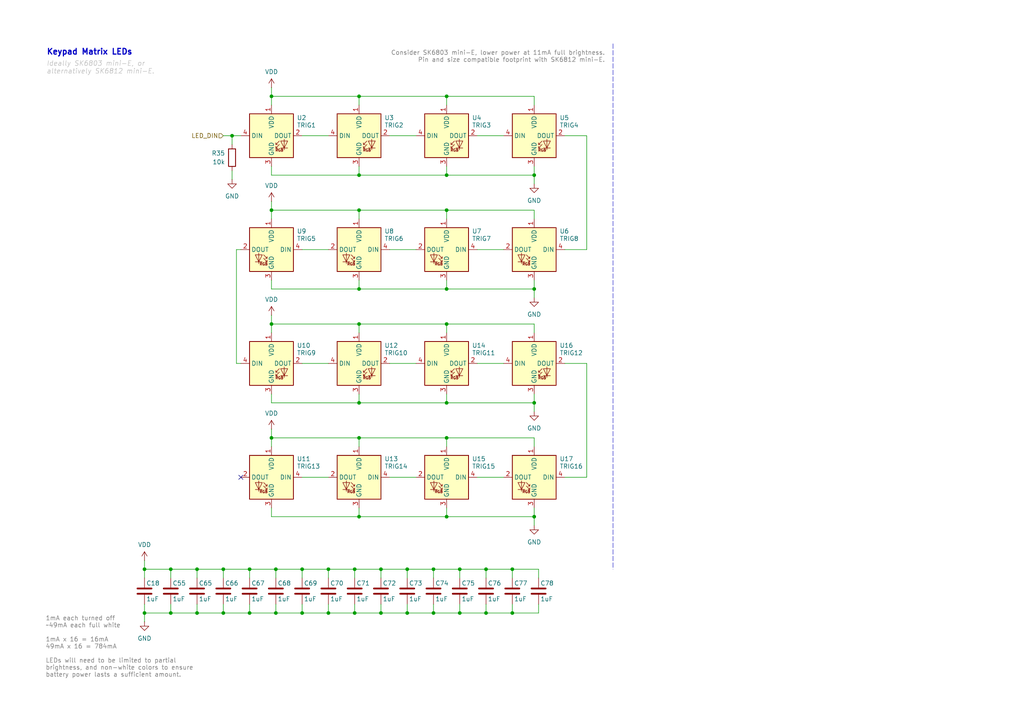
<source format=kicad_sch>
(kicad_sch (version 20250114) (generator "eeschema") (generator_version "9.0")
  (paper "A4")
  (lib_symbols
    (symbol "Device:C" (pin_numbers (hide yes)) (pin_names (offset 0.254))
      (property "Reference" "C" (at 0.635 2.54 0))
      (property "Value" "C" (at 0.635 -2.54 0))
      (symbol "C_0_1"
        (polyline (pts (xy -2.032 0.762) (xy 2.032 0.762)) (stroke (width 0.508)))
        (polyline (pts (xy -2.032 -0.762) (xy 2.032 -0.762)) (stroke (width 0.508)))
      )
      (symbol "C_1_1"
        (pin passive line (at 0 3.81 270) (length 2.794) (name "~") (number "1"))
        (pin passive line (at 0 -3.81 90) (length 2.794) (name "~") (number "2"))
      )
    )
    (symbol "Device:R" (pin_numbers (hide yes)) (pin_names (offset 0))
      (property "Reference" "R" (at 2.032 0 90))
      (property "Value" "R" (at 0 0 90))
      (symbol "R_0_1"
        (rectangle (start -1.016 -2.54) (end 1.016 2.54) (stroke (width 0.254)))
      )
      (symbol "R_1_1"
        (pin passive line (at 0 3.81 270) (length 1.27) (name "~") (number "1"))
        (pin passive line (at 0 -3.81 90) (length 1.27) (name "~") (number "2"))
      )
    )
    (symbol "pocket_synth:SK6812MINI-E"
      (property "Reference" "U" (at 0 0 0))
      (symbol "SK6812MINI-E_0_0"
        (text "RGB" (at 2.286 -4.191 0) (effects (font (size 0.762 0.762))))
      )
      (symbol "SK6812MINI-E_0_1"
        (rectangle (start -6.35 6.35) (end 6.35 -6.35) (stroke (width 0.254)) (fill (type background)))
        (polyline (pts (xy 1.27 -2.54) (xy 1.778 -2.54)))
        (polyline (pts (xy 1.27 -3.556) (xy 1.778 -3.556)))
        (polyline (pts (xy 2.286 -1.524) (xy 1.27 -2.54) (xy 1.27 -2.032)))
        (polyline (pts (xy 2.286 -2.54) (xy 1.27 -3.556) (xy 1.27 -3.048)))
        (polyline (pts (xy 3.683 -1.016) (xy 3.683 -3.556) (xy 3.683 -4.064)))
        (polyline (pts (xy 4.699 -1.524) (xy 2.667 -1.524) (xy 3.683 -3.556) (xy 4.699 -1.524)))
        (polyline (pts (xy 4.699 -3.556) (xy 2.667 -3.556)))
      )
      (symbol "SK6812MINI-E_1_1"
        (pin input line (at -8.89 0 0) (length 2.54) (name "DIN") (number "4"))
        (pin power_in line (at 0 8.89 270) (length 2.54) (name "VDD") (number "1"))
        (pin power_in line (at 0 -8.89 90) (length 2.54) (name "GND") (number "3"))
        (pin output line (at 8.89 0 180) (length 2.54) (name "DOUT") (number "2"))
      )
    )
    (symbol "power:GND" (power) (pin_numbers (hide yes)) (pin_names (offset 0) (hide yes))
      (property "Value" "GND" (at 0 -3.81 0))
      (symbol "GND_0_1"
        (polyline (pts (xy 0 0) (xy 0 -1.27) (xy 1.27 -1.27) (xy 0 -2.54) (xy -1.27 -1.27) (xy 0 -1.27)))
      )
      (symbol "GND_1_1"
        (pin power_in line (at 0 0 270) (length 0) (name "~") (number "1"))
      )
    )
    (symbol "power:VDD" (power) (pin_numbers (hide yes)) (pin_names (offset 0) (hide yes))
      (property "Value" "VDD" (at 0 3.556 0))
      (symbol "VDD_0_1"
        (polyline (pts (xy -0.762 1.27) (xy 0 2.54)))
        (polyline (pts (xy 0 2.54) (xy 0.762 1.27)))
        (polyline (pts (xy 0 0) (xy 0 2.54)))
      )
      (symbol "VDD_1_1"
        (pin power_in line (at 0 0 90) (length 0) (name "~") (number "1"))
      )
    )
  )
  (text "1mA each turned off\n~49mA each full white\n\n1mA x 16 = 16mA\n49mA x 16 = 784mA\n\nLEDs will need to be limited to partial\nbrightness, and non-white colors to ensure\nbattery power lasts a sufficient amount." (at 13.208 196.596 0) (effects (font (size 1.27 1.27) (thickness 0.1588)) (justify left bottom)))
  (text "Ideally SK6803 mini-E, or\nalternatively SK6812 mini-E." (at 13.462 17.78 0) (effects (font (size 1.397 1.397) (thickness 0.1588) (italic yes)) (justify left top)))
  (text "Keypad Matrix LEDs" (at 13.462 14.224 0) (effects (font (size 1.651 1.651) (thickness 0.3302) (bold yes)) (justify left top)))
  (text "Consider SK6803 mini-E, lower power at 11mA full brightness.\nPin and size compatible footprint with SK6812 mini-E." (at 175.514 14.732 0) (effects (font (size 1.27 1.27) (thickness 0.1588)) (justify right top)))
  (junction (at 140.97 177.8))
  (junction (at 64.77 165.1))
  (junction (at 104.14 50.8))
  (junction (at 72.39 165.1))
  (junction (at 104.14 27.94))
  (junction (at 95.25 165.1))
  (junction (at 80.01 177.8))
  (junction (at 102.87 165.1))
  (junction (at 118.11 177.8))
  (junction (at 78.74 93.98))
  (junction (at 57.15 165.1))
  (junction (at 41.91 177.8))
  (junction (at 95.25 177.8))
  (junction (at 133.35 165.1))
  (junction (at 129.54 127))
  (junction (at 154.94 149.86))
  (junction (at 104.14 127))
  (junction (at 72.39 177.8))
  (junction (at 140.97 165.1))
  (junction (at 104.14 149.86))
  (junction (at 49.53 165.1))
  (junction (at 154.94 116.84))
  (junction (at 154.94 83.82))
  (junction (at 87.63 165.1))
  (junction (at 87.63 177.8))
  (junction (at 64.77 177.8))
  (junction (at 129.54 93.98))
  (junction (at 41.91 165.1))
  (junction (at 104.14 116.84))
  (junction (at 104.14 60.96))
  (junction (at 80.01 165.1))
  (junction (at 102.87 177.8))
  (junction (at 67.31 39.37))
  (junction (at 110.49 177.8))
  (junction (at 78.74 60.96))
  (junction (at 118.11 165.1))
  (junction (at 78.74 27.94))
  (junction (at 104.14 93.98))
  (junction (at 129.54 50.8))
  (junction (at 57.15 177.8))
  (junction (at 125.73 177.8))
  (junction (at 148.59 165.1))
  (junction (at 78.74 127))
  (junction (at 133.35 177.8))
  (junction (at 129.54 149.86))
  (junction (at 154.94 50.8))
  (junction (at 110.49 165.1))
  (junction (at 129.54 116.84))
  (junction (at 129.54 27.94))
  (junction (at 49.53 177.8))
  (junction (at 148.59 177.8))
  (junction (at 129.54 60.96))
  (junction (at 104.14 83.82))
  (junction (at 129.54 83.82))
  (junction (at 125.73 165.1))
  (no_connect (at 69.85 138.43))
  (wire (pts (xy 129.54 27.94) (xy 129.54 30.48)))
  (wire (pts (xy 120.65 138.43) (xy 113.03 138.43)))
  (wire (pts (xy 154.94 27.94) (xy 154.94 30.48)))
  (wire (pts (xy 78.74 27.94) (xy 78.74 30.48)))
  (wire (pts (xy 148.59 175.26) (xy 148.59 177.8)))
  (wire (pts (xy 95.25 138.43) (xy 87.63 138.43)))
  (wire (pts (xy 148.59 165.1) (xy 156.21 165.1)))
  (wire (pts (xy 78.74 83.82) (xy 104.14 83.82)))
  (wire (pts (xy 140.97 165.1) (xy 148.59 165.1)))
  (wire (pts (xy 129.54 50.8) (xy 154.94 50.8)))
  (wire (pts (xy 41.91 165.1) (xy 49.53 165.1)))
  (wire (pts (xy 41.91 165.1) (xy 41.91 167.64)))
  (wire (pts (xy 156.21 165.1) (xy 156.21 167.64)))
  (wire (pts (xy 133.35 177.8) (xy 140.97 177.8)))
  (wire (pts (xy 154.94 50.8) (xy 154.94 53.34)))
  (wire (pts (xy 104.14 93.98) (xy 104.14 96.52)))
  (wire (pts (xy 87.63 165.1) (xy 87.63 167.64)))
  (wire (pts (xy 118.11 175.26) (xy 118.11 177.8)))
  (wire (pts (xy 120.65 72.39) (xy 113.03 72.39)))
  (wire (pts (xy 95.25 177.8) (xy 102.87 177.8)))
  (wire (pts (xy 140.97 175.26) (xy 140.97 177.8)))
  (wire (pts (xy 129.54 127) (xy 129.54 129.54)))
  (wire (pts (xy 110.49 177.8) (xy 118.11 177.8)))
  (wire (pts (xy 41.91 162.56) (xy 41.91 165.1)))
  (wire (pts (xy 154.94 93.98) (xy 154.94 96.52)))
  (wire (pts (xy 41.91 177.8) (xy 49.53 177.8)))
  (wire (pts (xy 49.53 175.26) (xy 49.53 177.8)))
  (wire (pts (xy 129.54 147.32) (xy 129.54 149.86)))
  (wire (pts (xy 104.14 127) (xy 129.54 127)))
  (wire (pts (xy 129.54 149.86) (xy 154.94 149.86)))
  (wire (pts (xy 78.74 147.32) (xy 78.74 149.86)))
  (wire (pts (xy 41.91 177.8) (xy 41.91 180.34)))
  (wire (pts (xy 64.77 175.26) (xy 64.77 177.8)))
  (wire (pts (xy 102.87 177.8) (xy 110.49 177.8)))
  (wire (pts (xy 78.74 93.98) (xy 104.14 93.98)))
  (wire (pts (xy 78.74 27.94) (xy 104.14 27.94)))
  (wire (pts (xy 104.14 149.86) (xy 129.54 149.86)))
  (wire (pts (xy 72.39 165.1) (xy 80.01 165.1)))
  (wire (pts (xy 154.94 83.82) (xy 154.94 86.36)))
  (wire (pts (xy 129.54 83.82) (xy 154.94 83.82)))
  (wire (pts (xy 113.03 39.37) (xy 120.65 39.37)))
  (wire (pts (xy 104.14 114.3) (xy 104.14 116.84)))
  (wire (pts (xy 78.74 48.26) (xy 78.74 50.8)))
  (wire (pts (xy 78.74 58.42) (xy 78.74 60.96)))
  (wire (pts (xy 78.74 124.46) (xy 78.74 127)))
  (wire (pts (xy 140.97 165.1) (xy 140.97 167.64)))
  (wire (pts (xy 78.74 81.28) (xy 78.74 83.82)))
  (wire (pts (xy 87.63 175.26) (xy 87.63 177.8)))
  (wire (pts (xy 104.14 50.8) (xy 129.54 50.8)))
  (wire (pts (xy 78.74 60.96) (xy 78.74 63.5)))
  (wire (pts (xy 154.94 60.96) (xy 154.94 63.5)))
  (wire (pts (xy 129.54 114.3) (xy 129.54 116.84)))
  (wire (pts (xy 133.35 165.1) (xy 133.35 167.64)))
  (wire (pts (xy 87.63 165.1) (xy 95.25 165.1)))
  (wire (pts (xy 87.63 39.37) (xy 95.25 39.37)))
  (wire (pts (xy 154.94 114.3) (xy 154.94 116.84)))
  (wire (pts (xy 64.77 165.1) (xy 72.39 165.1)))
  (wire (pts (xy 138.43 39.37) (xy 146.05 39.37)))
  (wire (pts (xy 95.25 165.1) (xy 102.87 165.1)))
  (wire (pts (xy 72.39 177.8) (xy 80.01 177.8)))
  (wire (pts (xy 95.25 175.26) (xy 95.25 177.8)))
  (wire (pts (xy 41.91 175.26) (xy 41.91 177.8)))
  (wire (pts (xy 154.94 81.28) (xy 154.94 83.82)))
  (wire (pts (xy 104.14 93.98) (xy 129.54 93.98)))
  (wire (pts (xy 129.54 60.96) (xy 129.54 63.5)))
  (wire (pts (xy 163.83 39.37) (xy 170.18 39.37)))
  (wire (pts (xy 68.58 105.41) (xy 69.85 105.41)))
  (wire (pts (xy 104.14 116.84) (xy 129.54 116.84)))
  (wire (pts (xy 104.14 81.28) (xy 104.14 83.82)))
  (wire (pts (xy 133.35 165.1) (xy 140.97 165.1)))
  (wire (pts (xy 95.25 72.39) (xy 87.63 72.39)))
  (wire (pts (xy 95.25 165.1) (xy 95.25 167.64)))
  (wire (pts (xy 129.54 116.84) (xy 154.94 116.84)))
  (wire (pts (xy 104.14 60.96) (xy 129.54 60.96)))
  (wire (pts (xy 104.14 60.96) (xy 104.14 63.5)))
  (wire (pts (xy 163.83 105.41) (xy 170.18 105.41)))
  (wire (pts (xy 125.73 175.26) (xy 125.73 177.8)))
  (wire (pts (xy 129.54 81.28) (xy 129.54 83.82)))
  (wire (pts (xy 118.11 177.8) (xy 125.73 177.8)))
  (wire (pts (xy 80.01 177.8) (xy 87.63 177.8)))
  (wire (pts (xy 129.54 93.98) (xy 154.94 93.98)))
  (wire (pts (xy 72.39 175.26) (xy 72.39 177.8)))
  (wire (pts (xy 118.11 165.1) (xy 125.73 165.1)))
  (wire (pts (xy 129.54 48.26) (xy 129.54 50.8)))
  (wire (pts (xy 78.74 116.84) (xy 104.14 116.84)))
  (wire (pts (xy 78.74 114.3) (xy 78.74 116.84)))
  (wire (pts (xy 125.73 177.8) (xy 133.35 177.8)))
  (wire (pts (xy 129.54 93.98) (xy 129.54 96.52)))
  (wire (pts (xy 110.49 165.1) (xy 118.11 165.1)))
  (wire (pts (xy 57.15 177.8) (xy 64.77 177.8)))
  (wire (pts (xy 118.11 165.1) (xy 118.11 167.64)))
  (wire (pts (xy 146.05 138.43) (xy 138.43 138.43)))
  (wire (pts (xy 156.21 175.26) (xy 156.21 177.8)))
  (wire (pts (xy 78.74 127) (xy 104.14 127)))
  (wire (pts (xy 102.87 175.26) (xy 102.87 177.8)))
  (wire (pts (xy 154.94 147.32) (xy 154.94 149.86)))
  (wire (pts (xy 67.31 49.53) (xy 67.31 52.07)))
  (wire (pts (xy 170.18 138.43) (xy 163.83 138.43)))
  (wire (pts (xy 140.97 177.8) (xy 148.59 177.8)))
  (wire (pts (xy 67.31 39.37) (xy 67.31 41.91)))
  (wire (pts (xy 78.74 50.8) (xy 104.14 50.8)))
  (wire (pts (xy 80.01 165.1) (xy 87.63 165.1)))
  (wire (pts (xy 170.18 105.41) (xy 170.18 138.43)))
  (wire (pts (xy 110.49 165.1) (xy 110.49 167.64)))
  (wire (pts (xy 80.01 175.26) (xy 80.01 177.8)))
  (wire (pts (xy 49.53 177.8) (xy 57.15 177.8)))
  (wire (pts (xy 104.14 83.82) (xy 129.54 83.82)))
  (wire (pts (xy 104.14 27.94) (xy 129.54 27.94)))
  (wire (pts (xy 133.35 175.26) (xy 133.35 177.8)))
  (wire (pts (xy 78.74 25.4) (xy 78.74 27.94)))
  (wire (pts (xy 148.59 165.1) (xy 148.59 167.64)))
  (wire (pts (xy 87.63 177.8) (xy 95.25 177.8)))
  (wire (pts (xy 125.73 165.1) (xy 133.35 165.1)))
  (wire (pts (xy 69.85 72.39) (xy 68.58 72.39)))
  (wire (pts (xy 68.58 72.39) (xy 68.58 105.41)))
  (wire (pts (xy 78.74 91.44) (xy 78.74 93.98)))
  (wire (pts (xy 64.77 165.1) (xy 64.77 167.64)))
  (wire (pts (xy 129.54 60.96) (xy 154.94 60.96)))
  (wire (pts (xy 129.54 27.94) (xy 154.94 27.94)))
  (wire (pts (xy 146.05 72.39) (xy 138.43 72.39)))
  (wire (pts (xy 102.87 165.1) (xy 102.87 167.64)))
  (wire (pts (xy 64.77 177.8) (xy 72.39 177.8)))
  (wire (pts (xy 113.03 105.41) (xy 120.65 105.41)))
  (wire (pts (xy 154.94 127) (xy 154.94 129.54)))
  (wire (pts (xy 104.14 48.26) (xy 104.14 50.8)))
  (wire (pts (xy 170.18 39.37) (xy 170.18 72.39)))
  (polyline (pts (xy 177.8 12.7) (xy 177.8 165.1)) (stroke (width 0.127) (type dash)))
  (wire (pts (xy 64.77 39.37) (xy 67.31 39.37)))
  (wire (pts (xy 148.59 177.8) (xy 156.21 177.8)))
  (wire (pts (xy 78.74 127) (xy 78.74 129.54)))
  (wire (pts (xy 49.53 165.1) (xy 49.53 167.64)))
  (wire (pts (xy 67.31 39.37) (xy 69.85 39.37)))
  (wire (pts (xy 138.43 105.41) (xy 146.05 105.41)))
  (wire (pts (xy 154.94 116.84) (xy 154.94 119.38)))
  (wire (pts (xy 170.18 72.39) (xy 163.83 72.39)))
  (wire (pts (xy 57.15 175.26) (xy 57.15 177.8)))
  (wire (pts (xy 154.94 48.26) (xy 154.94 50.8)))
  (wire (pts (xy 125.73 165.1) (xy 125.73 167.64)))
  (wire (pts (xy 110.49 175.26) (xy 110.49 177.8)))
  (wire (pts (xy 72.39 165.1) (xy 72.39 167.64)))
  (wire (pts (xy 102.87 165.1) (xy 110.49 165.1)))
  (wire (pts (xy 104.14 147.32) (xy 104.14 149.86)))
  (wire (pts (xy 87.63 105.41) (xy 95.25 105.41)))
  (wire (pts (xy 154.94 149.86) (xy 154.94 152.4)))
  (wire (pts (xy 129.54 127) (xy 154.94 127)))
  (wire (pts (xy 80.01 165.1) (xy 80.01 167.64)))
  (wire (pts (xy 78.74 93.98) (xy 78.74 96.52)))
  (wire (pts (xy 78.74 149.86) (xy 104.14 149.86)))
  (wire (pts (xy 104.14 27.94) (xy 104.14 30.48)))
  (wire (pts (xy 78.74 60.96) (xy 104.14 60.96)))
  (wire (pts (xy 104.14 127) (xy 104.14 129.54)))
  (wire (pts (xy 57.15 165.1) (xy 57.15 167.64)))
  (wire (pts (xy 57.15 165.1) (xy 64.77 165.1)))
  (wire (pts (xy 49.53 165.1) (xy 57.15 165.1)))
  (hierarchical_label "LED_DIN" (shape input) (at 64.77 39.37 180))
  (symbol (lib_id "power:VDD") (at 41.91 162.56 0) (unit 1)
    (property "Reference" "#PWR033" (effects (hide yes)))
    (property "Value" "VDD" (at 41.91 157.988 0))
    (property "Description" "Power symbol creates a global label with name \"VDD\"" (effects (hide yes)))
  )
  (symbol (lib_id "pocket_synth:SK6812MINI-E") (at 104.14 72.39 0) (mirror y) (unit 1)
    (property "Reference" "U8" (at 111.506 67.056 0) (effects (justify right)))
    (property "Value" "TRIG6" (at 111.506 69.2151 0) (effects (justify right)))
    (property "Footprint" "pocket_synth:SK6812MINI-E" (effects (hide yes)))
    (property "Datasheet" "https://cdn-shop.adafruit.com/product-files/4960/4960_SK6812MINI-E_REV02_EN.pdf" (effects (hide yes)))
    (property "JLC" "C5149201" (effects (hide yes)))
  )
  (symbol (lib_id "pocket_synth:SK6812MINI-E") (at 78.74 105.41 0) (unit 1)
    (property "Reference" "U10" (at 86.106 100.2029 0) (effects (justify left)))
    (property "Value" "TRIG9" (at 86.106 102.362 0) (effects (justify left)))
    (property "Footprint" "pocket_synth:SK6812MINI-E" (effects (hide yes)))
    (property "Datasheet" "https://cdn-shop.adafruit.com/product-files/4960/4960_SK6812MINI-E_REV02_EN.pdf" (effects (hide yes)))
    (property "JLC" "C5149201" (effects (hide yes)))
  )
  (symbol (lib_id "Device:C") (at 125.73 171.45 0) (unit 1)
    (property "Reference" "C74" (at 126.238 169.164 0) (effects (justify left)))
    (property "Value" "1uF" (at 126.238 173.736 0) (effects (justify left)))
    (property "Footprint" "Capacitor_SMD:C_0402_1005Metric" (effects (hide yes)))
    (property "Description" "Unpolarized capacitor" (effects (hide yes)))
    (property "JLC" "C52923" (effects (hide yes)))
  )
  (symbol (lib_id "power:GND") (at 154.94 119.38 0) (unit 1)
    (property "Reference" "#PWR032" (effects (hide yes)))
    (property "Value" "GND" (at 154.94 124.206 0))
    (property "Description" "Power symbol creates a global label with name \"GND\" , ground" (effects (hide yes)))
  )
  (symbol (lib_id "power:VDD") (at 78.74 124.46 0) (mirror y) (unit 1)
    (property "Reference" "#PWR021" (effects (hide yes)))
    (property "Value" "VDD" (at 78.74 119.888 0))
    (property "Description" "Power symbol creates a global label with name \"VDD\"" (effects (hide yes)))
  )
  (symbol (lib_id "Device:C") (at 41.91 171.45 0) (unit 1)
    (property "Reference" "C18" (at 42.418 169.164 0) (effects (justify left)))
    (property "Value" "1uF" (at 42.418 173.736 0) (effects (justify left)))
    (property "Footprint" "Capacitor_SMD:C_0402_1005Metric" (effects (hide yes)))
    (property "Description" "Unpolarized capacitor" (effects (hide yes)))
    (property "JLC" "C52923" (effects (hide yes)))
  )
  (symbol (lib_id "pocket_synth:SK6812MINI-E") (at 154.94 39.37 0) (unit 1)
    (property "Reference" "U5" (at 162.306 34.1629 0) (effects (justify left)))
    (property "Value" "TRIG4" (at 162.306 36.322 0) (effects (justify left)))
    (property "Footprint" "pocket_synth:SK6812MINI-E" (effects (hide yes)))
    (property "Datasheet" "https://cdn-shop.adafruit.com/product-files/4960/4960_SK6812MINI-E_REV02_EN.pdf" (effects (hide yes)))
    (property "JLC" "C5149201" (effects (hide yes)))
  )
  (symbol (lib_id "Device:C") (at 140.97 171.45 0) (unit 1)
    (property "Reference" "C76" (at 141.478 169.164 0) (effects (justify left)))
    (property "Value" "1uF" (at 141.478 173.736 0) (effects (justify left)))
    (property "Footprint" "Capacitor_SMD:C_0402_1005Metric" (effects (hide yes)))
    (property "Description" "Unpolarized capacitor" (effects (hide yes)))
    (property "JLC" "C52923" (effects (hide yes)))
  )
  (symbol (lib_id "Device:C") (at 95.25 171.45 0) (unit 1)
    (property "Reference" "C70" (at 95.758 169.164 0) (effects (justify left)))
    (property "Value" "1uF" (at 95.758 173.736 0) (effects (justify left)))
    (property "Footprint" "Capacitor_SMD:C_0402_1005Metric" (effects (hide yes)))
    (property "Description" "Unpolarized capacitor" (effects (hide yes)))
    (property "JLC" "C52923" (effects (hide yes)))
  )
  (symbol (lib_id "pocket_synth:SK6812MINI-E") (at 129.54 39.37 0) (unit 1)
    (property "Reference" "U4" (at 136.906 34.1629 0) (effects (justify left)))
    (property "Value" "TRIG3" (at 136.906 36.322 0) (effects (justify left)))
    (property "Footprint" "pocket_synth:SK6812MINI-E" (effects (hide yes)))
    (property "Datasheet" "https://cdn-shop.adafruit.com/product-files/4960/4960_SK6812MINI-E_REV02_EN.pdf" (effects (hide yes)))
    (property "JLC" "C5149201" (effects (hide yes)))
  )
  (symbol (lib_id "pocket_synth:SK6812MINI-E") (at 129.54 138.43 0) (mirror y) (unit 1)
    (property "Reference" "U15" (at 136.906 133.096 0) (effects (justify right)))
    (property "Value" "TRIG15" (at 136.906 135.2551 0) (effects (justify right)))
    (property "Footprint" "pocket_synth:SK6812MINI-E" (effects (hide yes)))
    (property "Datasheet" "https://cdn-shop.adafruit.com/product-files/4960/4960_SK6812MINI-E_REV02_EN.pdf" (effects (hide yes)))
    (property "JLC" "C5149201" (effects (hide yes)))
  )
  (symbol (lib_id "pocket_synth:SK6812MINI-E") (at 154.94 72.39 0) (mirror y) (unit 1)
    (property "Reference" "U6" (at 162.306 67.056 0) (effects (justify right)))
    (property "Value" "TRIG8" (at 162.306 69.2151 0) (effects (justify right)))
    (property "Footprint" "pocket_synth:SK6812MINI-E" (effects (hide yes)))
    (property "Datasheet" "https://cdn-shop.adafruit.com/product-files/4960/4960_SK6812MINI-E_REV02_EN.pdf" (effects (hide yes)))
    (property "JLC" "C5149201" (effects (hide yes)))
  )
  (symbol (lib_id "Device:C") (at 80.01 171.45 0) (unit 1)
    (property "Reference" "C68" (at 80.518 169.164 0) (effects (justify left)))
    (property "Value" "1uF" (at 80.518 173.736 0) (effects (justify left)))
    (property "Footprint" "Capacitor_SMD:C_0402_1005Metric" (effects (hide yes)))
    (property "Description" "Unpolarized capacitor" (effects (hide yes)))
    (property "JLC" "C52923" (effects (hide yes)))
  )
  (symbol (lib_id "power:VDD") (at 78.74 91.44 0) (unit 1)
    (property "Reference" "#PWR019" (effects (hide yes)))
    (property "Value" "VDD" (at 78.74 86.868 0))
    (property "Description" "Power symbol creates a global label with name \"VDD\"" (effects (hide yes)))
  )
  (symbol (lib_id "power:GND") (at 154.94 152.4 0) (mirror y) (unit 1)
    (property "Reference" "#PWR034" (effects (hide yes)))
    (property "Value" "GND" (at 154.94 157.226 0))
    (property "Description" "Power symbol creates a global label with name \"GND\" , ground" (effects (hide yes)))
  )
  (symbol (lib_id "Device:C") (at 49.53 171.45 0) (unit 1)
    (property "Reference" "C55" (at 50.038 169.164 0) (effects (justify left)))
    (property "Value" "1uF" (at 50.038 173.736 0) (effects (justify left)))
    (property "Footprint" "Capacitor_SMD:C_0402_1005Metric" (effects (hide yes)))
    (property "Description" "Unpolarized capacitor" (effects (hide yes)))
    (property "JLC" "C52923" (effects (hide yes)))
  )
  (symbol (lib_id "pocket_synth:SK6812MINI-E") (at 78.74 138.43 0) (mirror y) (unit 1)
    (property "Reference" "U11" (at 86.106 133.096 0) (effects (justify right)))
    (property "Value" "TRIG13" (at 86.106 135.2551 0) (effects (justify right)))
    (property "Footprint" "pocket_synth:SK6812MINI-E" (effects (hide yes)))
    (property "Datasheet" "https://cdn-shop.adafruit.com/product-files/4960/4960_SK6812MINI-E_REV02_EN.pdf" (effects (hide yes)))
    (property "JLC" "C5149201" (effects (hide yes)))
  )
  (symbol (lib_id "Device:C") (at 118.11 171.45 0) (unit 1)
    (property "Reference" "C73" (at 118.618 169.164 0) (effects (justify left)))
    (property "Value" "1uF" (at 118.618 173.736 0) (effects (justify left)))
    (property "Footprint" "Capacitor_SMD:C_0402_1005Metric" (effects (hide yes)))
    (property "Description" "Unpolarized capacitor" (effects (hide yes)))
    (property "JLC" "C52923" (effects (hide yes)))
  )
  (symbol (lib_id "Device:C") (at 87.63 171.45 0) (unit 1)
    (property "Reference" "C69" (at 88.138 169.164 0) (effects (justify left)))
    (property "Value" "1uF" (at 88.138 173.736 0) (effects (justify left)))
    (property "Footprint" "Capacitor_SMD:C_0402_1005Metric" (effects (hide yes)))
    (property "Description" "Unpolarized capacitor" (effects (hide yes)))
    (property "JLC" "C52923" (effects (hide yes)))
  )
  (symbol (lib_id "pocket_synth:SK6812MINI-E") (at 78.74 72.39 0) (mirror y) (unit 1)
    (property "Reference" "U9" (at 86.106 67.056 0) (effects (justify right)))
    (property "Value" "TRIG5" (at 86.106 69.2151 0) (effects (justify right)))
    (property "Footprint" "pocket_synth:SK6812MINI-E" (effects (hide yes)))
    (property "Datasheet" "https://cdn-shop.adafruit.com/product-files/4960/4960_SK6812MINI-E_REV02_EN.pdf" (effects (hide yes)))
    (property "JLC" "C5149201" (effects (hide yes)))
  )
  (symbol (lib_id "Device:C") (at 110.49 171.45 0) (unit 1)
    (property "Reference" "C72" (at 110.998 169.164 0) (effects (justify left)))
    (property "Value" "1uF" (at 110.998 173.736 0) (effects (justify left)))
    (property "Footprint" "Capacitor_SMD:C_0402_1005Metric" (effects (hide yes)))
    (property "Description" "Unpolarized capacitor" (effects (hide yes)))
    (property "JLC" "C52923" (effects (hide yes)))
  )
  (symbol (lib_id "pocket_synth:SK6812MINI-E") (at 104.14 138.43 0) (mirror y) (unit 1)
    (property "Reference" "U13" (at 111.506 133.096 0) (effects (justify right)))
    (property "Value" "TRIG14" (at 111.506 135.2551 0) (effects (justify right)))
    (property "Footprint" "pocket_synth:SK6812MINI-E" (effects (hide yes)))
    (property "Datasheet" "https://cdn-shop.adafruit.com/product-files/4960/4960_SK6812MINI-E_REV02_EN.pdf" (effects (hide yes)))
    (property "JLC" "C5149201" (effects (hide yes)))
  )
  (symbol (lib_id "pocket_synth:SK6812MINI-E") (at 129.54 72.39 0) (mirror y) (unit 1)
    (property "Reference" "U7" (at 136.906 67.056 0) (effects (justify right)))
    (property "Value" "TRIG7" (at 136.906 69.2151 0) (effects (justify right)))
    (property "Footprint" "pocket_synth:SK6812MINI-E" (effects (hide yes)))
    (property "Datasheet" "https://cdn-shop.adafruit.com/product-files/4960/4960_SK6812MINI-E_REV02_EN.pdf" (effects (hide yes)))
    (property "JLC" "C5149201" (effects (hide yes)))
  )
  (symbol (lib_id "power:VDD") (at 78.74 25.4 0) (unit 1)
    (property "Reference" "#PWR03" (effects (hide yes)))
    (property "Value" "VDD" (at 78.74 20.828 0))
    (property "Description" "Power symbol creates a global label with name \"VDD\"" (effects (hide yes)))
  )
  (symbol (lib_id "Device:C") (at 64.77 171.45 0) (unit 1)
    (property "Reference" "C66" (at 65.278 169.164 0) (effects (justify left)))
    (property "Value" "1uF" (at 65.278 173.736 0) (effects (justify left)))
    (property "Footprint" "Capacitor_SMD:C_0402_1005Metric" (effects (hide yes)))
    (property "Description" "Unpolarized capacitor" (effects (hide yes)))
    (property "JLC" "C52923" (effects (hide yes)))
  )
  (symbol (lib_id "pocket_synth:SK6812MINI-E") (at 154.94 105.41 0) (unit 1)
    (property "Reference" "U16" (at 162.306 100.2029 0) (effects (justify left)))
    (property "Value" "TRIG12" (at 162.306 102.362 0) (effects (justify left)))
    (property "Footprint" "pocket_synth:SK6812MINI-E" (effects (hide yes)))
    (property "Datasheet" "https://cdn-shop.adafruit.com/product-files/4960/4960_SK6812MINI-E_REV02_EN.pdf" (effects (hide yes)))
    (property "JLC" "C5149201" (effects (hide yes)))
  )
  (symbol (lib_id "pocket_synth:SK6812MINI-E") (at 104.14 39.37 0) (unit 1)
    (property "Reference" "U3" (at 111.506 34.1629 0) (effects (justify left)))
    (property "Value" "TRIG2" (at 111.506 36.322 0) (effects (justify left)))
    (property "Footprint" "pocket_synth:SK6812MINI-E" (effects (hide yes)))
    (property "Datasheet" "https://cdn-shop.adafruit.com/product-files/4960/4960_SK6812MINI-E_REV02_EN.pdf" (effects (hide yes)))
    (property "JLC" "C5149201" (effects (hide yes)))
  )
  (symbol (lib_id "pocket_synth:SK6812MINI-E") (at 104.14 105.41 0) (unit 1)
    (property "Reference" "U12" (at 111.506 100.2029 0) (effects (justify left)))
    (property "Value" "TRIG10" (at 111.506 102.362 0) (effects (justify left)))
    (property "Footprint" "pocket_synth:SK6812MINI-E" (effects (hide yes)))
    (property "Datasheet" "https://cdn-shop.adafruit.com/product-files/4960/4960_SK6812MINI-E_REV02_EN.pdf" (effects (hide yes)))
    (property "JLC" "C5149201" (effects (hide yes)))
  )
  (symbol (lib_id "pocket_synth:SK6812MINI-E") (at 78.74 39.37 0) (unit 1)
    (property "Reference" "U2" (at 86.106 34.1629 0) (effects (justify left)))
    (property "Value" "TRIG1" (at 86.106 36.322 0) (effects (justify left)))
    (property "Footprint" "pocket_synth:SK6812MINI-E" (effects (hide yes)))
    (property "Datasheet" "https://cdn-shop.adafruit.com/product-files/4960/4960_SK6812MINI-E_REV02_EN.pdf" (effects (hide yes)))
    (property "JLC" "C5149201" (effects (hide yes)))
  )
  (symbol (lib_id "Device:C") (at 57.15 171.45 0) (unit 1)
    (property "Reference" "C65" (at 57.658 169.164 0) (effects (justify left)))
    (property "Value" "1uF" (at 57.658 173.736 0) (effects (justify left)))
    (property "Footprint" "Capacitor_SMD:C_0402_1005Metric" (effects (hide yes)))
    (property "Description" "Unpolarized capacitor" (effects (hide yes)))
    (property "JLC" "C52923" (effects (hide yes)))
  )
  (symbol (lib_id "Device:C") (at 148.59 171.45 0) (unit 1)
    (property "Reference" "C77" (at 149.098 169.164 0) (effects (justify left)))
    (property "Value" "1uF" (at 149.098 173.736 0) (effects (justify left)))
    (property "Footprint" "Capacitor_SMD:C_0402_1005Metric" (effects (hide yes)))
    (property "Description" "Unpolarized capacitor" (effects (hide yes)))
    (property "JLC" "C52923" (effects (hide yes)))
  )
  (symbol (lib_id "pocket_synth:SK6812MINI-E") (at 154.94 138.43 0) (mirror y) (unit 1)
    (property "Reference" "U17" (at 162.306 133.096 0) (effects (justify right)))
    (property "Value" "TRIG16" (at 162.306 135.2551 0) (effects (justify right)))
    (property "Footprint" "pocket_synth:SK6812MINI-E" (effects (hide yes)))
    (property "Datasheet" "https://cdn-shop.adafruit.com/product-files/4960/4960_SK6812MINI-E_REV02_EN.pdf" (effects (hide yes)))
    (property "JLC" "C5149201" (effects (hide yes)))
  )
  (symbol (lib_id "power:GND") (at 154.94 86.36 0) (mirror y) (unit 1)
    (property "Reference" "#PWR012" (effects (hide yes)))
    (property "Value" "GND" (at 154.94 91.186 0))
    (property "Description" "Power symbol creates a global label with name \"GND\" , ground" (effects (hide yes)))
  )
  (symbol (lib_id "power:VDD") (at 78.74 58.42 0) (mirror y) (unit 1)
    (property "Reference" "#PWR017" (effects (hide yes)))
    (property "Value" "VDD" (at 78.74 53.848 0))
    (property "Description" "Power symbol creates a global label with name \"VDD\"" (effects (hide yes)))
  )
  (symbol (lib_id "power:GND") (at 67.31 52.07 0) (unit 1)
    (property "Reference" "#PWR046" (effects (hide yes)))
    (property "Value" "GND" (at 67.31 56.896 0))
    (property "Description" "Power symbol creates a global label with name \"GND\" , ground" (effects (hide yes)))
  )
  (symbol (lib_id "Device:C") (at 156.21 171.45 0) (unit 1)
    (property "Reference" "C78" (at 156.718 169.164 0) (effects (justify left)))
    (property "Value" "1uF" (at 156.718 173.736 0) (effects (justify left)))
    (property "Footprint" "Capacitor_SMD:C_0402_1005Metric" (effects (hide yes)))
    (property "Description" "Unpolarized capacitor" (effects (hide yes)))
    (property "JLC" "C52923" (effects (hide yes)))
  )
  (symbol (lib_id "Device:C") (at 102.87 171.45 0) (unit 1)
    (property "Reference" "C71" (at 103.378 169.164 0) (effects (justify left)))
    (property "Value" "1uF" (at 103.378 173.736 0) (effects (justify left)))
    (property "Footprint" "Capacitor_SMD:C_0402_1005Metric" (effects (hide yes)))
    (property "Description" "Unpolarized capacitor" (effects (hide yes)))
    (property "JLC" "C52923" (effects (hide yes)))
  )
  (symbol (lib_id "Device:C") (at 133.35 171.45 0) (unit 1)
    (property "Reference" "C75" (at 133.858 169.164 0) (effects (justify left)))
    (property "Value" "1uF" (at 133.858 173.736 0) (effects (justify left)))
    (property "Footprint" "Capacitor_SMD:C_0402_1005Metric" (effects (hide yes)))
    (property "Description" "Unpolarized capacitor" (effects (hide yes)))
    (property "JLC" "C52923" (effects (hide yes)))
  )
  (symbol (lib_id "power:GND") (at 154.94 53.34 0) (unit 1)
    (property "Reference" "#PWR010" (effects (hide yes)))
    (property "Value" "GND" (at 154.94 58.166 0))
    (property "Description" "Power symbol creates a global label with name \"GND\" , ground" (effects (hide yes)))
  )
  (symbol (lib_id "Device:C") (at 72.39 171.45 0) (unit 1)
    (property "Reference" "C67" (at 72.898 169.164 0) (effects (justify left)))
    (property "Value" "1uF" (at 72.898 173.736 0) (effects (justify left)))
    (property "Footprint" "Capacitor_SMD:C_0402_1005Metric" (effects (hide yes)))
    (property "Description" "Unpolarized capacitor" (effects (hide yes)))
    (property "JLC" "C52923" (effects (hide yes)))
  )
  (symbol (lib_id "pocket_synth:SK6812MINI-E") (at 129.54 105.41 0) (unit 1)
    (property "Reference" "U14" (at 136.906 100.2029 0) (effects (justify left)))
    (property "Value" "TRIG11" (at 136.906 102.362 0) (effects (justify left)))
    (property "Footprint" "pocket_synth:SK6812MINI-E" (effects (hide yes)))
    (property "Datasheet" "https://cdn-shop.adafruit.com/product-files/4960/4960_SK6812MINI-E_REV02_EN.pdf" (effects (hide yes)))
    (property "JLC" "C5149201" (effects (hide yes)))
  )
  (symbol (lib_id "Device:R") (at 67.31 45.72 0) (unit 1)
    (property "Reference" "R35" (at 65.278 44.45 0) (effects (justify right)))
    (property "Value" "10k" (at 65.278 46.99 0) (effects (justify right)))
    (property "Footprint" "Resistor_SMD:R_0402_1005Metric" (effects (hide yes)))
    (property "Description" "Resistor" (effects (hide yes)))
    (property "JLC" "C25744" (effects (hide yes)))
  )
  (symbol (lib_id "power:GND") (at 41.91 180.34 0) (mirror y) (unit 1)
    (property "Reference" "#PWR037" (effects (hide yes)))
    (property "Value" "GND" (at 41.91 185.166 0))
    (property "Description" "Power symbol creates a global label with name \"GND\" , ground" (effects (hide yes)))
  )
)
</source>
